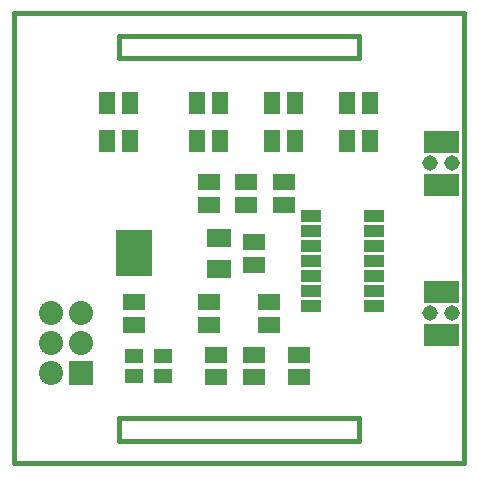
<source format=gts>
G04 (created by PCBNEW-RS274X (2011-nov-30)-testing) date Sun 09 Sep 2012 01:33:34 PM EDT*
%MOIN*%
G04 Gerber Fmt 3.4, Leading zero omitted, Abs format*
%FSLAX34Y34*%
G01*
G70*
G90*
G04 APERTURE LIST*
%ADD10C,0.006*%
%ADD11C,0.015*%
%ADD12R,0.075X0.055*%
%ADD13R,0.0791X0.0594*%
%ADD14R,0.1184X0.1539*%
%ADD15C,0.0515*%
%ADD16R,0.0613X0.0751*%
%ADD17R,0.065X0.04*%
%ADD18R,0.055X0.075*%
%ADD19R,0.0594X0.0495*%
%ADD20R,0.08X0.08*%
%ADD21C,0.08*%
G04 APERTURE END LIST*
G54D10*
G54D11*
X79500Y-62500D02*
X87500Y-62500D01*
X87500Y-62500D02*
X87500Y-63250D01*
X87500Y-63250D02*
X79500Y-63250D01*
X79500Y-63250D02*
X79500Y-62500D01*
X79500Y-50500D02*
X79500Y-49750D01*
X87500Y-50500D02*
X79500Y-50500D01*
X87500Y-49750D02*
X87500Y-50500D01*
X79500Y-49750D02*
X87500Y-49750D01*
X91000Y-64000D02*
X91000Y-49000D01*
X76000Y-64000D02*
X91000Y-64000D01*
X76000Y-49000D02*
X76000Y-64000D01*
X76000Y-64000D02*
X76000Y-49000D01*
X76000Y-49000D02*
X91000Y-49000D01*
G54D12*
X84000Y-57375D03*
X84000Y-56625D03*
X84500Y-58625D03*
X84500Y-59375D03*
X85000Y-55375D03*
X85000Y-54625D03*
X83750Y-55375D03*
X83750Y-54625D03*
X82500Y-55375D03*
X82500Y-54625D03*
G54D13*
X82835Y-57512D03*
X82835Y-56488D03*
G54D14*
X80000Y-57000D03*
G54D15*
X90604Y-59000D03*
G54D16*
X89965Y-58291D03*
X90535Y-59709D03*
X90535Y-58291D03*
X89965Y-59709D03*
G54D15*
X89896Y-59000D03*
X90604Y-54000D03*
G54D16*
X89965Y-53291D03*
X90535Y-54709D03*
X90535Y-53291D03*
X89965Y-54709D03*
G54D15*
X89896Y-54000D03*
G54D17*
X85900Y-55750D03*
X85900Y-56250D03*
X85900Y-56750D03*
X85900Y-57250D03*
X85900Y-57750D03*
X85900Y-58250D03*
X85900Y-58750D03*
X88000Y-58750D03*
X88000Y-58250D03*
X88000Y-57750D03*
X88000Y-57250D03*
X88000Y-56750D03*
X88000Y-56250D03*
X88000Y-55750D03*
G54D18*
X79875Y-53250D03*
X79125Y-53250D03*
G54D12*
X85500Y-60375D03*
X85500Y-61125D03*
G54D18*
X87875Y-53250D03*
X87125Y-53250D03*
X85375Y-53250D03*
X84625Y-53250D03*
X82875Y-53250D03*
X82125Y-53250D03*
G54D12*
X84000Y-61125D03*
X84000Y-60375D03*
X82750Y-61125D03*
X82750Y-60375D03*
X80000Y-58625D03*
X80000Y-59375D03*
G54D18*
X79875Y-52000D03*
X79125Y-52000D03*
X82875Y-52000D03*
X82125Y-52000D03*
X85375Y-52000D03*
X84625Y-52000D03*
X87875Y-52000D03*
X87125Y-52000D03*
G54D12*
X82500Y-58625D03*
X82500Y-59375D03*
G54D19*
X80028Y-61085D03*
X80028Y-60415D03*
X80972Y-60415D03*
X80972Y-61085D03*
G54D20*
X78250Y-61000D03*
G54D21*
X77250Y-61000D03*
X78250Y-60000D03*
X77250Y-60000D03*
X78250Y-59000D03*
X77250Y-59000D03*
M02*

</source>
